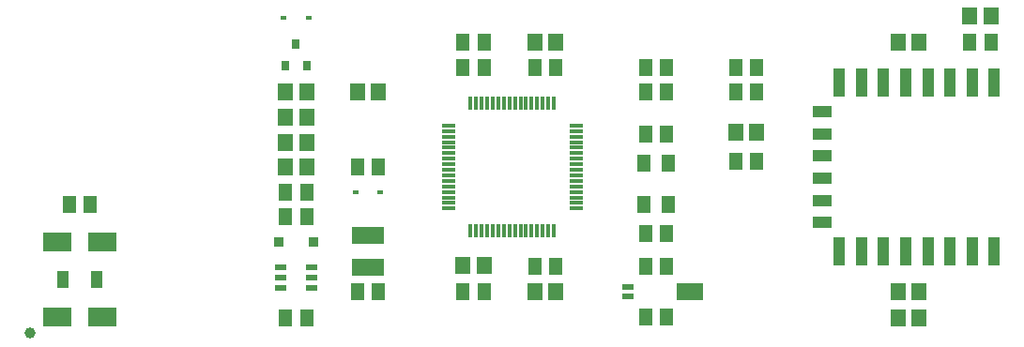
<source format=gtp>
G04*
G04 #@! TF.GenerationSoftware,Altium Limited,Altium Designer,22.8.2 (66)*
G04*
G04 Layer_Color=8421504*
%FSLAX25Y25*%
%MOIN*%
G70*
G04*
G04 #@! TF.SameCoordinates,13EA9874-455B-4FA2-A727-6D6EF1C97DE0*
G04*
G04*
G04 #@! TF.FilePolarity,Positive*
G04*
G01*
G75*
%ADD18C,0.03937*%
%ADD19R,0.01181X0.04724*%
%ADD20R,0.04724X0.01181*%
%ADD21R,0.05315X0.05906*%
%ADD22R,0.05118X0.05906*%
%ADD23R,0.07087X0.03937*%
%ADD24R,0.03937X0.09843*%
%ADD25R,0.02323X0.01772*%
%ADD26R,0.03150X0.03543*%
%ADD27R,0.11811X0.06102*%
%ADD28R,0.03543X0.03740*%
%ADD29R,0.04331X0.02362*%
%ADD30R,0.09843X0.06693*%
%ADD31R,0.03937X0.06299*%
%ADD32R,0.09449X0.05906*%
%ADD33R,0.04921X0.06299*%
G54D18*
X39370Y7874D02*
D03*
G54D19*
X225394Y44291D02*
D03*
X223425D02*
D03*
X221457D02*
D03*
X219488D02*
D03*
X217520D02*
D03*
X215551D02*
D03*
X213583D02*
D03*
X211614D02*
D03*
X209646D02*
D03*
X207677D02*
D03*
X205709D02*
D03*
X203740D02*
D03*
X201772D02*
D03*
X199803D02*
D03*
X197835D02*
D03*
X195866D02*
D03*
Y89567D02*
D03*
X197835D02*
D03*
X199803D02*
D03*
X201772D02*
D03*
X203740D02*
D03*
X205709D02*
D03*
X207677D02*
D03*
X209646D02*
D03*
X211614D02*
D03*
X213583D02*
D03*
X215551D02*
D03*
X217520D02*
D03*
X219488D02*
D03*
X221457D02*
D03*
X223425D02*
D03*
X225394D02*
D03*
G54D20*
X187992Y52165D02*
D03*
Y54134D02*
D03*
Y56102D02*
D03*
Y58071D02*
D03*
Y60039D02*
D03*
Y62008D02*
D03*
Y63976D02*
D03*
Y65945D02*
D03*
Y67913D02*
D03*
Y69882D02*
D03*
Y71850D02*
D03*
Y73819D02*
D03*
Y75787D02*
D03*
Y77756D02*
D03*
Y79724D02*
D03*
Y81693D02*
D03*
X233268D02*
D03*
Y79724D02*
D03*
Y77756D02*
D03*
Y75787D02*
D03*
Y73819D02*
D03*
Y71850D02*
D03*
Y69882D02*
D03*
Y67913D02*
D03*
Y65945D02*
D03*
Y63976D02*
D03*
Y62008D02*
D03*
Y60039D02*
D03*
Y58071D02*
D03*
Y56102D02*
D03*
Y54134D02*
D03*
Y52165D02*
D03*
G54D21*
X200591Y31988D02*
D03*
X193110D02*
D03*
X297539Y79232D02*
D03*
X290059D02*
D03*
X347638Y111221D02*
D03*
X355118D02*
D03*
X355118Y13287D02*
D03*
X347638D02*
D03*
X355118Y22638D02*
D03*
X347638D02*
D03*
X373228Y120571D02*
D03*
X380709D02*
D03*
X137598Y75787D02*
D03*
X130118D02*
D03*
X137598Y66929D02*
D03*
X130118D02*
D03*
X130118Y93504D02*
D03*
X137598D02*
D03*
X137598Y84646D02*
D03*
X130118D02*
D03*
X226181Y111221D02*
D03*
X218701D02*
D03*
X218701Y22638D02*
D03*
X226181D02*
D03*
X163189Y93504D02*
D03*
X155709D02*
D03*
G54D22*
X290059Y68898D02*
D03*
X297539D02*
D03*
X290059Y93504D02*
D03*
X297539D02*
D03*
X290059Y102362D02*
D03*
X297539D02*
D03*
X373228Y111221D02*
D03*
X380709D02*
D03*
X155709Y22638D02*
D03*
X163189D02*
D03*
X130118Y58071D02*
D03*
X137598D02*
D03*
X130118Y49213D02*
D03*
X137598D02*
D03*
X53347Y53642D02*
D03*
X60827D02*
D03*
X130118Y13287D02*
D03*
X137598D02*
D03*
X200591Y22638D02*
D03*
X193110D02*
D03*
X163189Y66929D02*
D03*
X155709D02*
D03*
X200591Y111221D02*
D03*
X193110D02*
D03*
X218701Y31496D02*
D03*
X226181D02*
D03*
X200591Y102362D02*
D03*
X193110D02*
D03*
X226181D02*
D03*
X218701D02*
D03*
X265551D02*
D03*
X258071D02*
D03*
X265551Y31496D02*
D03*
X258071D02*
D03*
X265551Y13780D02*
D03*
X258071D02*
D03*
X265551Y78740D02*
D03*
X258071D02*
D03*
Y43307D02*
D03*
X265551D02*
D03*
Y93504D02*
D03*
X258071D02*
D03*
G54D23*
X320866Y86614D02*
D03*
Y78740D02*
D03*
Y70866D02*
D03*
Y62992D02*
D03*
Y55118D02*
D03*
Y47244D02*
D03*
D03*
G54D24*
X381890Y96850D02*
D03*
Y37008D02*
D03*
X374016D02*
D03*
X366142D02*
D03*
X358268D02*
D03*
X350394D02*
D03*
X342520D02*
D03*
X334646D02*
D03*
X326772D02*
D03*
Y96850D02*
D03*
X334646D02*
D03*
X342520D02*
D03*
X350394D02*
D03*
X358268D02*
D03*
X366142D02*
D03*
X374016D02*
D03*
G54D25*
X129429Y120079D02*
D03*
X138287D02*
D03*
X163878Y58071D02*
D03*
X155020D02*
D03*
G54D26*
X137598Y102854D02*
D03*
X133858Y110728D02*
D03*
X130118Y102854D02*
D03*
G54D27*
X159449Y42520D02*
D03*
Y31299D02*
D03*
G54D28*
X140059Y40354D02*
D03*
X127657D02*
D03*
G54D29*
X139370Y31299D02*
D03*
Y27559D02*
D03*
Y23819D02*
D03*
X128347D02*
D03*
Y27559D02*
D03*
Y31299D02*
D03*
X251870Y24409D02*
D03*
Y20866D02*
D03*
G54D30*
X49213Y40354D02*
D03*
X64961D02*
D03*
X49213Y13780D02*
D03*
X64961D02*
D03*
G54D31*
X51181Y27067D02*
D03*
X62992D02*
D03*
G54D32*
X273721Y22638D02*
D03*
G54D33*
X257480Y53740D02*
D03*
X266142Y68307D02*
D03*
X257480D02*
D03*
X266142Y53740D02*
D03*
M02*

</source>
